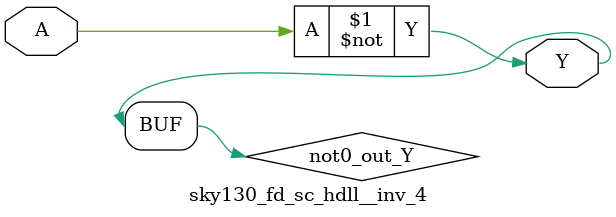
<source format=v>
/*
 * Copyright 2020 The SkyWater PDK Authors
 *
 * Licensed under the Apache License, Version 2.0 (the "License");
 * you may not use this file except in compliance with the License.
 * You may obtain a copy of the License at
 *
 *     https://www.apache.org/licenses/LICENSE-2.0
 *
 * Unless required by applicable law or agreed to in writing, software
 * distributed under the License is distributed on an "AS IS" BASIS,
 * WITHOUT WARRANTIES OR CONDITIONS OF ANY KIND, either express or implied.
 * See the License for the specific language governing permissions and
 * limitations under the License.
 *
 * SPDX-License-Identifier: Apache-2.0
*/


`ifndef SKY130_FD_SC_HDLL__INV_4_FUNCTIONAL_V
`define SKY130_FD_SC_HDLL__INV_4_FUNCTIONAL_V

/**
 * inv: Inverter.
 *
 * Verilog simulation functional model.
 */

`timescale 1ns / 1ps
`default_nettype none

`celldefine
module sky130_fd_sc_hdll__inv_4 (
    Y,
    A
);

    // Module ports
    output Y;
    input  A;

    // Local signals
    wire not0_out_Y;

    //  Name  Output      Other arguments
    not not0 (not0_out_Y, A              );
    buf buf0 (Y         , not0_out_Y     );

endmodule
`endcelldefine

`default_nettype wire
`endif  // SKY130_FD_SC_HDLL__INV_4_FUNCTIONAL_V

</source>
